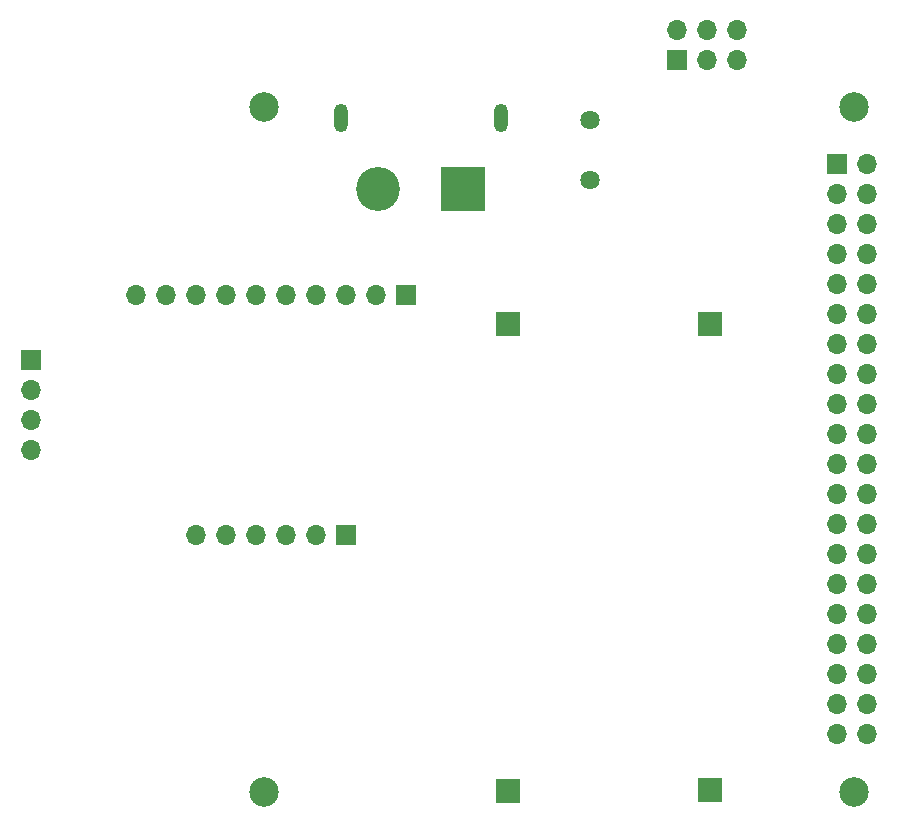
<source format=gbr>
%TF.GenerationSoftware,KiCad,Pcbnew,7.0.2-0*%
%TF.CreationDate,2024-03-04T15:55:28-05:00*%
%TF.ProjectId,Pi_HAT_V5_Simple,50695f48-4154-45f5-9635-5f53696d706c,rev?*%
%TF.SameCoordinates,Original*%
%TF.FileFunction,Soldermask,Bot*%
%TF.FilePolarity,Negative*%
%FSLAX46Y46*%
G04 Gerber Fmt 4.6, Leading zero omitted, Abs format (unit mm)*
G04 Created by KiCad (PCBNEW 7.0.2-0) date 2024-03-04 15:55:28*
%MOMM*%
%LPD*%
G01*
G04 APERTURE LIST*
%ADD10R,2.000000X2.000000*%
%ADD11R,1.700000X1.700000*%
%ADD12O,1.700000X1.700000*%
%ADD13C,1.635000*%
%ADD14C,2.500000*%
%ADD15R,3.716000X3.716000*%
%ADD16C,3.716000*%
%ADD17O,1.200000X2.400000*%
G04 APERTURE END LIST*
D10*
%TO.C,U1*%
X140309600Y-132410200D03*
X123143600Y-132422600D03*
X140309600Y-92938600D03*
X123139200Y-92938600D03*
%TD*%
D11*
%TO.C,J4*%
X109500000Y-110800000D03*
D12*
X106960000Y-110800000D03*
X104420000Y-110800000D03*
X101880000Y-110800000D03*
X99340000Y-110800000D03*
X96800000Y-110800000D03*
%TD*%
D13*
%TO.C,S1*%
X130149600Y-80746600D03*
X130149600Y-75666600D03*
%TD*%
D11*
%TO.C,J3*%
X137475000Y-70525000D03*
D12*
X137475000Y-67985000D03*
X140015000Y-70525000D03*
X140015000Y-67985000D03*
X142555000Y-70525000D03*
X142555000Y-67985000D03*
%TD*%
D14*
%TO.C,H1*%
X152500000Y-74500000D03*
%TD*%
%TO.C,H2*%
X102500000Y-74500000D03*
%TD*%
%TO.C,H3*%
X102500000Y-132500000D03*
%TD*%
D11*
%TO.C,J1*%
X114528400Y-90450000D03*
D12*
X111988400Y-90450000D03*
X109448400Y-90450000D03*
X106908400Y-90450000D03*
X104368400Y-90450000D03*
X101828400Y-90450000D03*
X99288400Y-90450000D03*
X96748400Y-90450000D03*
X94208400Y-90450000D03*
X91668400Y-90450000D03*
%TD*%
D14*
%TO.C,H4*%
X152500000Y-132500000D03*
%TD*%
D11*
%TO.C,J2*%
X151000000Y-79400000D03*
D12*
X153540000Y-79400000D03*
X151000000Y-81940000D03*
X153540000Y-81940000D03*
X151000000Y-84480000D03*
X153540000Y-84480000D03*
X151000000Y-87020000D03*
X153540000Y-87020000D03*
X151000000Y-89560000D03*
X153540000Y-89560000D03*
X151000000Y-92100000D03*
X153540000Y-92100000D03*
X151000000Y-94640000D03*
X153540000Y-94640000D03*
X151000000Y-97180000D03*
X153540000Y-97180000D03*
X151000000Y-99720000D03*
X153540000Y-99720000D03*
X151000000Y-102260000D03*
X153540000Y-102260000D03*
X151000000Y-104800000D03*
X153540000Y-104800000D03*
X151000000Y-107340000D03*
X153540000Y-107340000D03*
X151000000Y-109880000D03*
X153540000Y-109880000D03*
X151000000Y-112420000D03*
X153540000Y-112420000D03*
X151000000Y-114960000D03*
X153540000Y-114960000D03*
X151000000Y-117500000D03*
X153540000Y-117500000D03*
X151000000Y-120040000D03*
X153540000Y-120040000D03*
X151000000Y-122580000D03*
X153540000Y-122580000D03*
X151000000Y-125120000D03*
X153540000Y-125120000D03*
X151000000Y-127660000D03*
X153540000Y-127660000D03*
%TD*%
D15*
%TO.C,J5*%
X119398600Y-81489200D03*
D16*
X112198600Y-81489200D03*
D17*
X122548600Y-75489200D03*
X109048600Y-75489200D03*
%TD*%
D11*
%TO.C,J7*%
X82829400Y-95935800D03*
D12*
X82829400Y-98475800D03*
X82829400Y-101015800D03*
X82829400Y-103555800D03*
%TD*%
M02*

</source>
